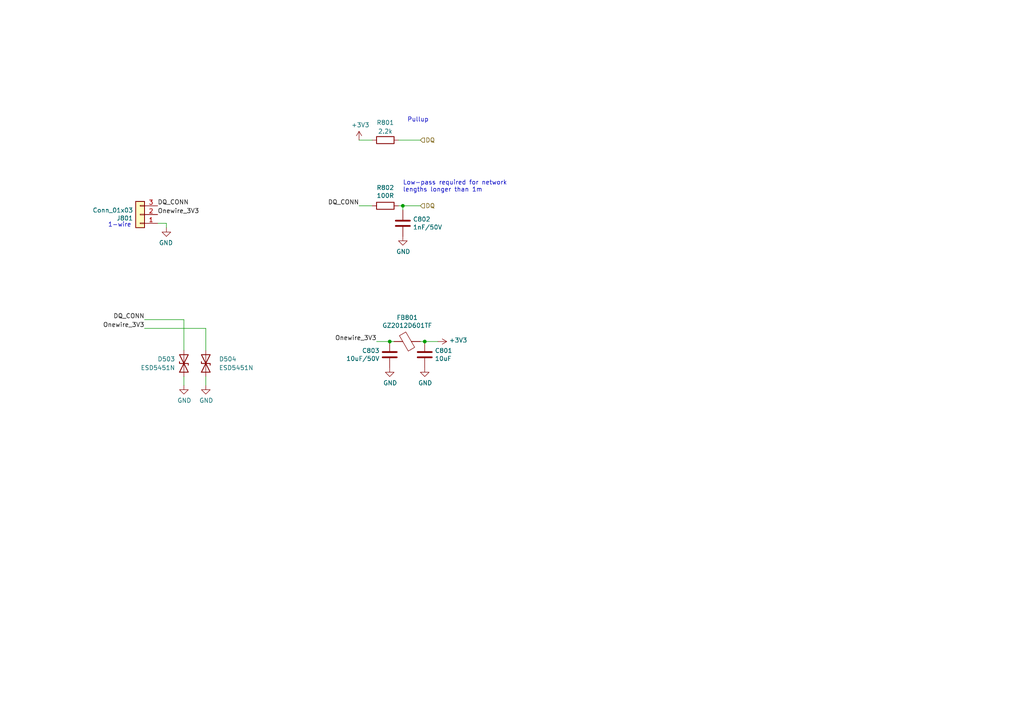
<source format=kicad_sch>
(kicad_sch (version 20230121) (generator eeschema)
  (paper "A4")
  (title_block (title "Sailor Hat with ESP32") (date "2022-10-26") (rev "2.0.2") (company "Hat Labs Ltd") (comment 1 "https://creativecommons.org/licenses/by-sa/4.0") (comment 2 "To view a copy of this license, visit ") (comment 3 "SH-ESP32 is licensed under CC BY-SA 4.0."))
  (lib_symbols
    (symbol "Connector_Generic:Conn_01x03" (pin_names (offset 1.016) hide)
      (property "Reference" "J" (at 0 5.08 0))
      (property "Value" "Conn_01x03" (at 0 -5.08 0))
      (symbol "Conn_01x03_1_1"
        (rectangle (start -1.27 -2.413) (end 0 -2.667) (stroke (width 0.1524)))
        (rectangle (start -1.27 0.127) (end 0 -0.127) (stroke (width 0.1524)))
        (rectangle (start -1.27 2.667) (end 0 2.413) (stroke (width 0.1524)))
        (rectangle (start -1.27 3.81) (end 1.27 -3.81) (stroke (width 0.254)) (fill (type background)))
        (pin passive line (at -5.08 2.54 0) (length 3.81) (name "Pin_1") (number "1"))
        (pin passive line (at -5.08 0 0) (length 3.81) (name "Pin_2") (number "2"))
        (pin passive line (at -5.08 -2.54 0) (length 3.81) (name "Pin_3") (number "3"))
      )
    )
    (symbol "Device:C" (pin_numbers hide) (pin_names (offset 0.254))
      (property "Reference" "C" (at 0.635 2.54 0))
      (property "Value" "C" (at 0.635 -2.54 0))
      (symbol "C_0_1"
        (polyline (pts (xy -2.032 -0.762) (xy 2.032 -0.762)) (stroke (width 0.508)))
        (polyline (pts (xy -2.032 0.762) (xy 2.032 0.762)) (stroke (width 0.508)))
      )
      (symbol "C_1_1"
        (pin passive line (at 0 3.81 270) (length 2.794) (name "~") (number "1"))
        (pin passive line (at 0 -3.81 90) (length 2.794) (name "~") (number "2"))
      )
    )
    (symbol "Device:D_TVS" (pin_numbers hide) (pin_names (offset 1.016) hide)
      (property "Reference" "D" (at 0 2.54 0))
      (property "Value" "D_TVS" (at 0 -2.54 0))
      (symbol "D_TVS_0_1"
        (polyline (pts (xy 1.27 0) (xy -1.27 0)))
        (polyline (pts (xy 0.508 1.27) (xy 0 1.27) (xy 0 -1.27) (xy -0.508 -1.27)) (stroke (width 0.254)))
        (polyline (pts (xy -2.54 1.27) (xy -2.54 -1.27) (xy 2.54 1.27) (xy 2.54 -1.27) (xy -2.54 1.27)) (stroke (width 0.254)))
      )
      (symbol "D_TVS_1_1"
        (pin passive line (at -3.81 0 0) (length 2.54) (name "A1") (number "1"))
        (pin passive line (at 3.81 0 180) (length 2.54) (name "A2") (number "2"))
      )
    )
    (symbol "Device:FerriteBead" (pin_numbers hide) (pin_names (offset 0))
      (property "Reference" "FB" (at -3.81 0.635 90))
      (property "Value" "FerriteBead" (at 3.81 0 90))
      (symbol "FerriteBead_0_1"
        (polyline (pts (xy 0 -1.27) (xy 0 -1.2192)))
        (polyline (pts (xy 0 1.27) (xy 0 1.2954)))
        (polyline (pts (xy -2.7686 0.4064) (xy -1.7018 2.2606) (xy 2.7686 -0.3048) (xy 1.6764 -2.159) (xy -2.7686 0.4064)))
      )
      (symbol "FerriteBead_1_1"
        (pin passive line (at 0 3.81 270) (length 2.54) (name "~") (number "1"))
        (pin passive line (at 0 -3.81 90) (length 2.54) (name "~") (number "2"))
      )
    )
    (symbol "Device:R" (pin_numbers hide) (pin_names (offset 0))
      (property "Reference" "R" (at 2.032 0 90))
      (property "Value" "R" (at 0 0 90))
      (symbol "R_0_1"
        (rectangle (start -1.016 -2.54) (end 1.016 2.54) (stroke (width 0.254)))
      )
      (symbol "R_1_1"
        (pin passive line (at 0 3.81 270) (length 1.27) (name "~") (number "1"))
        (pin passive line (at 0 -3.81 90) (length 1.27) (name "~") (number "2"))
      )
    )
    (symbol "power:+3.3V" (power) (pin_names (offset 0))
      (property "Value" "+3.3V" (at 0 3.556 0))
      (symbol "+3.3V_0_1"
        (polyline (pts (xy -0.762 1.27) (xy 0 2.54)))
        (polyline (pts (xy 0 0) (xy 0 2.54)))
        (polyline (pts (xy 0 2.54) (xy 0.762 1.27)))
      )
      (symbol "+3.3V_1_1"
        (pin power_in line (at 0 0 90) (length 0) hide (name "+3V3") (number "1"))
      )
    )
    (symbol "power:GND" (power) (pin_names (offset 0))
      (property "Value" "GND" (at 0 -3.81 0))
      (symbol "GND_0_1"
        (polyline (pts (xy 0 0) (xy 0 -1.27) (xy 1.27 -1.27) (xy 0 -2.54) (xy -1.27 -1.27) (xy 0 -1.27)))
      )
      (symbol "GND_1_1"
        (pin power_in line (at 0 0 270) (length 0) hide (name "GND") (number "1"))
      )
    )
  )
  (junction (at 116.84 59.69))
  (junction (at 123.19 99.06))
  (junction (at 113.03 99.06))
  (wire (pts (xy 116.84 59.69) (xy 121.92 59.69)))
  (wire (pts (xy 48.26 64.77) (xy 48.26 66.04)))
  (wire (pts (xy 41.91 92.71) (xy 53.34 92.71)))
  (wire (pts (xy 116.84 59.69) (xy 116.84 60.96)))
  (wire (pts (xy 109.22 99.06) (xy 113.03 99.06)))
  (wire (pts (xy 41.91 95.25) (xy 59.69 95.25)))
  (wire (pts (xy 59.69 109.22) (xy 59.69 111.76)))
  (wire (pts (xy 113.03 99.06) (xy 114.3 99.06)))
  (wire (pts (xy 104.14 40.64) (xy 107.95 40.64)))
  (wire (pts (xy 121.92 99.06) (xy 123.19 99.06)))
  (wire (pts (xy 53.34 92.71) (xy 53.34 101.6)))
  (wire (pts (xy 107.95 59.69) (xy 104.14 59.69)))
  (wire (pts (xy 121.92 40.64) (xy 115.57 40.64)))
  (wire (pts (xy 59.69 95.25) (xy 59.69 101.6)))
  (wire (pts (xy 53.34 109.22) (xy 53.34 111.76)))
  (wire (pts (xy 115.57 59.69) (xy 116.84 59.69)))
  (wire (pts (xy 45.72 64.77) (xy 48.26 64.77)))
  (wire (pts (xy 123.19 99.06) (xy 127 99.06)))
  (text "1-wire" (at 38.1 66.04 0) (effects (font (size 1.27 1.27)) (justify right bottom)))
  (text "Low-pass required for network\nlengths longer than 1m" (at 116.84 55.88 0) (effects (font (size 1.27 1.27)) (justify left bottom)))
  (text "Pullup" (at 118.11 35.56 0) (effects (font (size 1.27 1.27)) (justify left bottom)))
  (label "Onewire_3V3" (at 45.72 62.23 0))
  (label "Onewire_3V3" (at 41.91 95.25 180))
  (label "Onewire_3V3" (at 109.22 99.06 180))
  (label "DQ_CONN" (at 104.14 59.69 180))
  (label "DQ_CONN" (at 45.72 59.69 0))
  (label "DQ_CONN" (at 41.91 92.71 180))
  (hierarchical_label "DQ" (shape input) (at 121.92 59.69 0))
  (hierarchical_label "DQ" (shape input) (at 121.92 40.64 0))
  (symbol (lib_id "power:+3.3V") (at 104.14 40.64 0) (unit 1)
    (property "Reference" "#PWR0805" (effects hide))
    (property "Value" "+3.3V" (at 104.521 36.2458 0))
  )
  (symbol (lib_id "Device:R") (at 111.76 40.64 270) (unit 1)
    (property "Reference" "R801" (at 111.76 35.56 90))
    (property "Value" "2.2k" (at 111.76 38.1 90))
    (property "Footprint" "Resistor_SMD:R_0402_1005Metric" (effects hide))
    (property "LCSC" "C25879" (effects hide))
  )
  (symbol (lib_id "Connector_Generic:Conn_01x03") (at 40.64 62.23 180) (unit 1)
    (property "Reference" "J801" (at 38.608 63.2968 0) (effects (justify left)))
    (property "Value" "Conn_01x03" (at 38.608 60.9854 0) (effects (justify left)))
    (property "Footprint" "Connector_PinHeader_2.54mm:PinHeader_1x03_P2.54mm_Vertical" (effects hide))
    (property "LCSC" "C49257" (effects hide))
  )
  (symbol (lib_id "power:+3.3V") (at 127 99.06 270) (mirror x) (unit 1)
    (property "Reference" "#PWR0809" (effects hide))
    (property "Value" "+3.3V" (at 130.2512 98.679 90) (effects (justify left)))
  )
  (symbol (lib_id "Device:C") (at 113.03 102.87 0) (mirror y) (unit 1)
    (property "Reference" "C803" (at 110.109 101.7016 0) (effects (justify left)))
    (property "Value" "10uF/50V" (at 110.109 104.013 0) (effects (justify left)))
    (property "Footprint" "Capacitor_SMD:C_1206_3216Metric" (effects hide))
    (property "LCSC" "C13585" (effects hide))
  )
  (symbol (lib_id "power:GND") (at 113.03 106.68 0) (unit 1)
    (property "Reference" "#PWR0808" (effects hide))
    (property "Value" "GND" (at 113.157 111.0742 0))
  )
  (symbol (lib_id "Device:C") (at 123.19 102.87 0) (unit 1)
    (property "Reference" "C801" (at 126.111 101.7016 0) (effects (justify left)))
    (property "Value" "10uF" (at 126.111 104.013 0) (effects (justify left)))
    (property "Footprint" "Capacitor_SMD:C_0402_1005Metric" (effects hide))
    (property "LCSC" "C15525" (effects hide))
  )
  (symbol (lib_id "Device:FerriteBead") (at 118.11 99.06 90) (mirror x) (unit 1)
    (property "Reference" "FB801" (at 118.11 92.1004 90))
    (property "Value" "GZ2012D601TF" (at 118.11 94.4118 90))
    (property "Footprint" "Inductor_SMD:L_0805_2012Metric" (effects hide))
    (property "LCSC" "C1017" (effects hide))
  )
  (symbol (lib_id "Device:R") (at 111.76 59.69 270) (unit 1)
    (property "Reference" "R802" (at 111.76 54.4322 90))
    (property "Value" "100R" (at 111.76 56.7436 90))
    (property "Footprint" "Resistor_SMD:R_0805_2012Metric" (effects hide))
    (property "LCSC" "C17408" (effects hide))
  )
  (symbol (lib_id "Device:C") (at 116.84 64.77 0) (unit 1)
    (property "Reference" "C802" (at 119.761 63.6016 0) (effects (justify left)))
    (property "Value" "1nF/50V" (at 119.761 65.913 0) (effects (justify left)))
    (property "Footprint" "Capacitor_SMD:C_0603_1608Metric" (effects hide))
    (property "LCSC" "C1588" (effects hide))
  )
  (symbol (lib_id "power:GND") (at 116.84 68.58 0) (unit 1)
    (property "Reference" "#PWR0807" (effects hide))
    (property "Value" "GND" (at 116.967 72.9742 0))
  )
  (symbol (lib_id "power:GND") (at 48.26 66.04 0) (mirror y) (unit 1)
    (property "Reference" "#PWR0802" (effects hide))
    (property "Value" "GND" (at 48.133 70.4342 0))
  )
  (symbol (lib_id "power:GND") (at 123.19 106.68 0) (unit 1)
    (property "Reference" "#PWR0806" (effects hide))
    (property "Value" "GND" (at 123.317 111.0742 0))
  )
  (symbol (lib_id "Device:D_TVS") (at 59.69 105.41 90) (unit 1)
    (property "Reference" "D504" (at 63.5 104.14 90) (effects (justify right)))
    (property "Value" "ESD5451N" (at 63.5 106.68 90) (effects (justify right)))
    (property "Footprint" "Diode_SMD:D_0402_1005Metric" (effects hide))
    (property "LCSC" "C2936977" (effects hide))
  )
  (symbol (lib_id "Device:D_TVS") (at 53.34 105.41 90) (unit 1)
    (property "Reference" "D503" (at 50.8 104.14 90) (effects (justify left)))
    (property "Value" "ESD5451N" (at 50.8 106.68 90) (effects (justify left)))
    (property "Footprint" "Diode_SMD:D_0402_1005Metric" (effects hide))
    (property "LCSC" "C2936977" (effects hide))
  )
  (symbol (lib_id "power:GND") (at 59.69 111.76 0) (unit 1)
    (property "Reference" "#PWR0508" (effects hide))
    (property "Value" "GND" (at 59.817 116.1542 0))
  )
  (symbol (lib_id "power:GND") (at 53.34 111.76 0) (unit 1)
    (property "Reference" "#PWR0507" (effects hide))
    (property "Value" "GND" (at 53.467 116.1542 0))
  )
)
</source>
